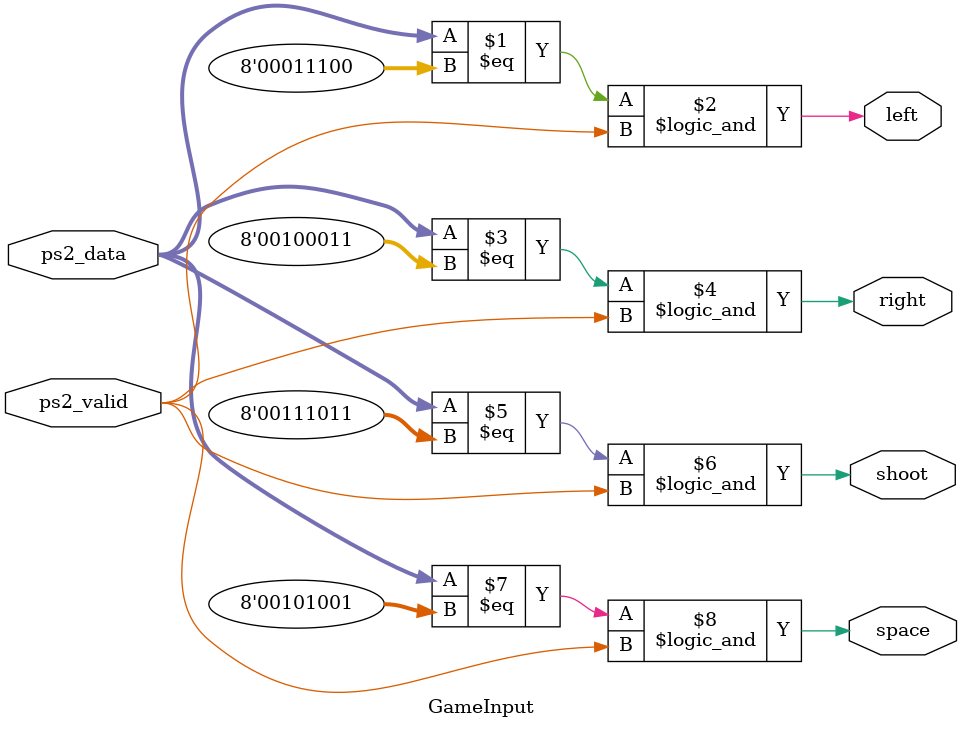
<source format=v>
module GameInput (
    input [7:0] ps2_data,
    input ps2_valid,

    output left,
    output right,
    output shoot,
    output space
);

  assign left  = ps2_data == 8'h1C && (ps2_valid);  //A
  assign right = ps2_data == 8'h23 && (ps2_valid);  //D
  assign shoot = ps2_data == 8'h3B && (ps2_valid);  //J
  assign space = ps2_data == 8'h29 && (ps2_valid);  //Space

endmodule

</source>
